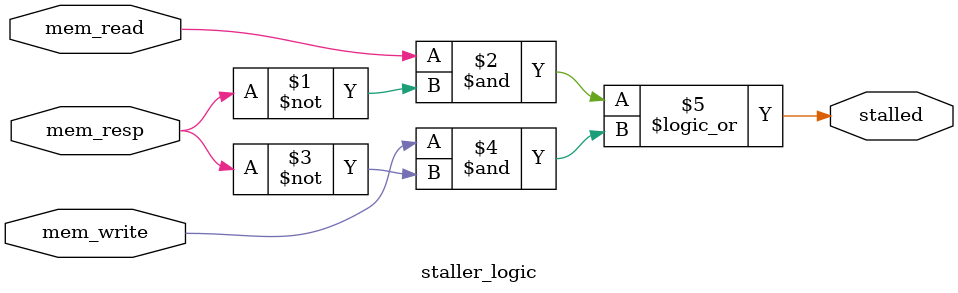
<source format=sv>
module staller_logic (
	// Memory signals
	input logic mem_read, mem_write,
	input logic mem_resp,

	// Stage load signals
	output logic stalled
);

/*
	mem_r/w		mem_resp	stalled
	0			0			0
	0			1			0
	1			0			1
	1			1			0
*/

assign stalled = (mem_read & ~mem_resp) || (mem_write & ~mem_resp);

endmodule : staller_logic
</source>
